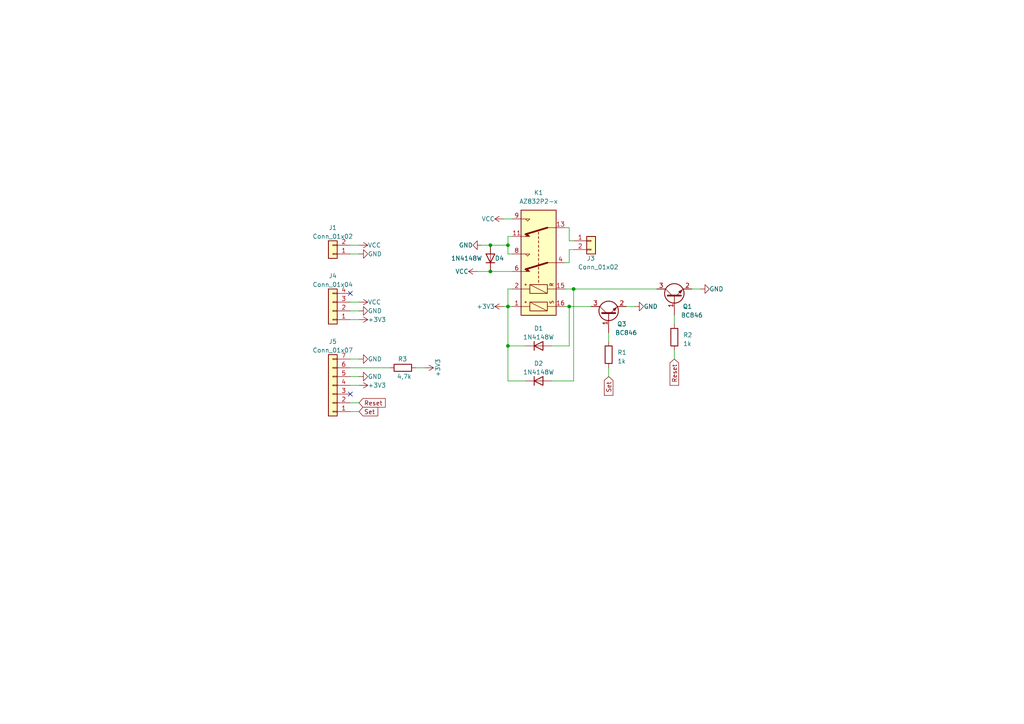
<source format=kicad_sch>
(kicad_sch (version 20230121) (generator eeschema)
  (paper "A4")
  (lib_symbols
    (symbol "Connector_Generic:Conn_01x02" (pin_names (offset 1.016) hide)
      (property "Reference" "J" (at 0 2.54 0))
      (property "Value" "Conn_01x02" (at 0 -5.08 0))
      (symbol "Conn_01x02_1_1"
        (rectangle (start -1.27 -2.413) (end 0 -2.667) (stroke (width 0.1524)))
        (rectangle (start -1.27 0.127) (end 0 -0.127) (stroke (width 0.1524)))
        (rectangle (start -1.27 1.27) (end 1.27 -3.81) (stroke (width 0.254)) (fill (type background)))
        (pin passive line (at -5.08 0 0) (length 3.81) (name "Pin_1") (number "1"))
        (pin passive line (at -5.08 -2.54 0) (length 3.81) (name "Pin_2") (number "2"))
      )
    )
    (symbol "Connector_Generic:Conn_01x04" (pin_names (offset 1.016) hide)
      (property "Reference" "J" (at 0 5.08 0))
      (property "Value" "Conn_01x04" (at 0 -7.62 0))
      (symbol "Conn_01x04_1_1"
        (rectangle (start -1.27 -4.953) (end 0 -5.207) (stroke (width 0.1524)))
        (rectangle (start -1.27 -2.413) (end 0 -2.667) (stroke (width 0.1524)))
        (rectangle (start -1.27 0.127) (end 0 -0.127) (stroke (width 0.1524)))
        (rectangle (start -1.27 2.667) (end 0 2.413) (stroke (width 0.1524)))
        (rectangle (start -1.27 3.81) (end 1.27 -6.35) (stroke (width 0.254)) (fill (type background)))
        (pin passive line (at -5.08 2.54 0) (length 3.81) (name "Pin_1") (number "1"))
        (pin passive line (at -5.08 0 0) (length 3.81) (name "Pin_2") (number "2"))
        (pin passive line (at -5.08 -2.54 0) (length 3.81) (name "Pin_3") (number "3"))
        (pin passive line (at -5.08 -5.08 0) (length 3.81) (name "Pin_4") (number "4"))
      )
    )
    (symbol "Connector_Generic:Conn_01x07" (pin_names (offset 1.016) hide)
      (property "Reference" "J" (at 0 10.16 0))
      (property "Value" "Conn_01x07" (at 0 -10.16 0))
      (symbol "Conn_01x07_1_1"
        (rectangle (start -1.27 -7.493) (end 0 -7.747) (stroke (width 0.1524)))
        (rectangle (start -1.27 -4.953) (end 0 -5.207) (stroke (width 0.1524)))
        (rectangle (start -1.27 -2.413) (end 0 -2.667) (stroke (width 0.1524)))
        (rectangle (start -1.27 0.127) (end 0 -0.127) (stroke (width 0.1524)))
        (rectangle (start -1.27 2.667) (end 0 2.413) (stroke (width 0.1524)))
        (rectangle (start -1.27 5.207) (end 0 4.953) (stroke (width 0.1524)))
        (rectangle (start -1.27 7.747) (end 0 7.493) (stroke (width 0.1524)))
        (rectangle (start -1.27 8.89) (end 1.27 -8.89) (stroke (width 0.254)) (fill (type background)))
        (pin passive line (at -5.08 7.62 0) (length 3.81) (name "Pin_1") (number "1"))
        (pin passive line (at -5.08 5.08 0) (length 3.81) (name "Pin_2") (number "2"))
        (pin passive line (at -5.08 2.54 0) (length 3.81) (name "Pin_3") (number "3"))
        (pin passive line (at -5.08 0 0) (length 3.81) (name "Pin_4") (number "4"))
        (pin passive line (at -5.08 -2.54 0) (length 3.81) (name "Pin_5") (number "5"))
        (pin passive line (at -5.08 -5.08 0) (length 3.81) (name "Pin_6") (number "6"))
        (pin passive line (at -5.08 -7.62 0) (length 3.81) (name "Pin_7") (number "7"))
      )
    )
    (symbol "Device:R" (pin_numbers hide) (pin_names (offset 0))
      (property "Reference" "R" (at 2.032 0 90))
      (property "Value" "R" (at 0 0 90))
      (symbol "R_0_1"
        (rectangle (start -1.016 -2.54) (end 1.016 2.54) (stroke (width 0.254)))
      )
      (symbol "R_1_1"
        (pin passive line (at 0 3.81 270) (length 1.27) (name "~") (number "1"))
        (pin passive line (at 0 -3.81 90) (length 1.27) (name "~") (number "2"))
      )
    )
    (symbol "Diode:1N4148W" (pin_numbers hide) (pin_names hide)
      (property "Reference" "D" (at 0 2.54 0))
      (property "Value" "1N4148W" (at 0 -2.54 0))
      (symbol "1N4148W_0_1"
        (polyline (pts (xy -1.27 1.27) (xy -1.27 -1.27)) (stroke (width 0.254)))
        (polyline (pts (xy 1.27 0) (xy -1.27 0)))
        (polyline (pts (xy 1.27 1.27) (xy 1.27 -1.27) (xy -1.27 0) (xy 1.27 1.27)) (stroke (width 0.254)))
      )
      (symbol "1N4148W_1_1"
        (pin passive line (at -3.81 0 0) (length 2.54) (name "K") (number "1"))
        (pin passive line (at 3.81 0 180) (length 2.54) (name "A") (number "2"))
      )
    )
    (symbol "Relay:AZ832P2-x"
      (property "Reference" "K1" (at 0 19.05 90))
      (property "Value" "AZ850P2-x" (at 0 16.51 90))
      (symbol "AZ832P2-x_0_0"
        (polyline (pts (xy -2.54 5.08) (xy -2.54 2.54) (xy -1.905 3.175) (xy -2.54 3.81)) (fill (type outline)))
        (polyline (pts (xy 2.54 5.08) (xy 2.54 2.54) (xy 1.905 3.175) (xy 2.54 3.81)))
        (polyline (pts (xy 7.62 5.08) (xy 7.62 2.54) (xy 8.255 3.175) (xy 7.62 3.81)) (fill (type outline)))
        (polyline (pts (xy 12.7 5.08) (xy 12.7 2.54) (xy 12.065 3.175) (xy 12.7 3.81)))
        (text "+" (at -11.43 3.81 0) (effects (font (size 0.762 0.762))))
        (text "+" (at -6.35 3.81 0) (effects (font (size 0.762 0.762))))
        (text "R" (at -6.35 -3.81 0) (effects (font (size 1.016 1.016))))
        (text "S" (at -11.43 -3.81 0) (effects (font (size 1.016 1.016))))
      )
      (symbol "AZ832P2-x_0_1"
        (rectangle (start -15.24 5.08) (end 15.24 -5.08) (stroke (width 0.254)) (fill (type background)))
        (rectangle (start -13.97 2.54) (end -11.43 -2.54) (stroke (width 0.2032)))
        (rectangle (start -8.89 2.54) (end -6.35 -2.54) (stroke (width 0.2032)))
        (polyline (pts (xy -13.97 -2.54) (xy -11.43 2.54)))
        (polyline (pts (xy -12.7 -5.08) (xy -12.7 -2.54)))
        (polyline (pts (xy -12.7 5.08) (xy -12.7 2.54)))
        (polyline (pts (xy -8.89 -2.54) (xy -6.35 2.54)))
        (polyline (pts (xy -7.62 -5.08) (xy -7.62 -2.54)))
        (polyline (pts (xy -7.62 5.08) (xy -7.62 2.54)))
        (polyline (pts (xy -5.715 0) (xy -5.08 0)) (stroke (width 0.2032)))
        (polyline (pts (xy -4.445 0) (xy -3.81 0)) (stroke (width 0.2032)))
        (polyline (pts (xy -3.175 0) (xy -2.54 0)) (stroke (width 0.2032)))
        (polyline (pts (xy -1.905 0) (xy -1.27 0)) (stroke (width 0.2032)))
        (polyline (pts (xy -0.635 0) (xy 0 0)) (stroke (width 0.2032)))
        (polyline (pts (xy 0 -2.54) (xy -1.905 3.81)) (stroke (width 0.508)))
        (polyline (pts (xy 0 -2.54) (xy 0 -5.08)))
        (polyline (pts (xy 0.635 0) (xy 1.27 0)) (stroke (width 0.2032)))
        (polyline (pts (xy 1.905 0) (xy 2.54 0)) (stroke (width 0.2032)))
        (polyline (pts (xy 3.175 0) (xy 3.81 0)) (stroke (width 0.2032)))
        (polyline (pts (xy 4.445 0) (xy 5.08 0)) (stroke (width 0.2032)))
        (polyline (pts (xy 5.715 0) (xy 6.35 0)) (stroke (width 0.2032)))
        (polyline (pts (xy 6.985 0) (xy 7.62 0)) (stroke (width 0.2032)))
        (polyline (pts (xy 8.255 0) (xy 8.89 0)) (stroke (width 0.2032)))
        (polyline (pts (xy 10.16 -2.54) (xy 8.255 3.81)) (stroke (width 0.508)))
        (polyline (pts (xy 10.16 -2.54) (xy 10.16 -5.08)))
      )
      (symbol "AZ832P2-x_1_1"
        (pin passive line (at -12.7 7.62 270) (length 2.54) (name "~") (number "1"))
        (pin passive line (at 7.62 7.62 270) (length 2.54) (name "~") (number "11"))
        (pin passive line (at 10.16 -7.62 90) (length 2.54) (name "~") (number "13"))
        (pin passive line (at -7.62 -7.62 90) (length 2.54) (name "~") (number "15"))
        (pin passive line (at -12.7 -7.62 90) (length 2.54) (name "~") (number "16"))
        (pin passive line (at -7.62 7.62 270) (length 2.54) (name "~") (number "2"))
        (pin passive line (at 0 -7.62 90) (length 2.54) (name "~") (number "4"))
        (pin passive line (at -2.54 7.62 270) (length 2.54) (name "~") (number "6"))
        (pin passive line (at 2.54 7.62 270) (length 2.54) (name "~") (number "8"))
        (pin passive line (at 12.7 7.62 270) (length 2.54) (name "~") (number "9"))
      )
    )
    (symbol "Transistor_BJT:BC846" (pin_names (offset 0) hide)
      (property "Reference" "Q" (at 5.08 1.905 0))
      (property "Value" "BC846" (at 5.08 0 0))
      (symbol "BC846_0_1"
        (polyline (pts (xy 0.635 0.635) (xy 2.54 2.54)))
        (polyline (pts (xy 0.635 -0.635) (xy 2.54 -2.54) (xy 2.54 -2.54)))
        (polyline (pts (xy 0.635 1.905) (xy 0.635 -1.905) (xy 0.635 -1.905)) (stroke (width 0.508)))
        (polyline (pts (xy 1.27 -1.778) (xy 1.778 -1.27) (xy 2.286 -2.286) (xy 1.27 -1.778) (xy 1.27 -1.778)) (fill (type outline)))
        (circle (center 1.27 0) (radius 2.8194) (stroke (width 0.254)))
      )
      (symbol "BC846_1_1"
        (pin input line (at -5.08 0 0) (length 5.715) (name "B") (number "1"))
        (pin passive line (at 2.54 -5.08 90) (length 2.54) (name "E") (number "2"))
        (pin passive line (at 2.54 5.08 270) (length 2.54) (name "C") (number "3"))
      )
    )
    (symbol "power:+3V3" (power) (pin_names (offset 0))
      (property "Value" "+3V3" (at 0 3.556 0))
      (symbol "+3V3_0_1"
        (polyline (pts (xy -0.762 1.27) (xy 0 2.54)))
        (polyline (pts (xy 0 0) (xy 0 2.54)))
        (polyline (pts (xy 0 2.54) (xy 0.762 1.27)))
      )
      (symbol "+3V3_1_1"
        (pin power_in line (at 0 0 90) (length 0) hide (name "+3V3") (number "1"))
      )
    )
    (symbol "power:GND" (power) (pin_names (offset 0))
      (property "Value" "GND" (at 0 -3.81 0))
      (symbol "GND_0_1"
        (polyline (pts (xy 0 0) (xy 0 -1.27) (xy 1.27 -1.27) (xy 0 -2.54) (xy -1.27 -1.27) (xy 0 -1.27)))
      )
      (symbol "GND_1_1"
        (pin power_in line (at 0 0 270) (length 0) hide (name "GND") (number "1"))
      )
    )
    (symbol "power:VCC" (power) (pin_names (offset 0))
      (property "Value" "VCC" (at 0 3.81 0))
      (symbol "VCC_0_1"
        (polyline (pts (xy -0.762 1.27) (xy 0 2.54)))
        (polyline (pts (xy 0 0) (xy 0 2.54)))
        (polyline (pts (xy 0 2.54) (xy 0.762 1.27)))
      )
      (symbol "VCC_1_1"
        (pin power_in line (at 0 0 90) (length 0) hide (name "VCC") (number "1"))
      )
    )
  )
  (junction (at 147.32 100.33))
  (junction (at 142.24 71.12))
  (junction (at 166.37 83.82))
  (junction (at 165.1 88.9))
  (junction (at 142.24 78.74))
  (junction (at 147.32 71.12))
  (junction (at 147.32 88.9))
  (no_connect (at 101.6 85.09))
  (no_connect (at 101.6 114.3))
  (wire (pts (xy 147.32 88.9) (xy 148.59 88.9)))
  (wire (pts (xy 101.6 119.38) (xy 104.14 119.38)))
  (wire (pts (xy 163.83 66.04) (xy 165.1 66.04)))
  (wire (pts (xy 152.4 110.49) (xy 147.32 110.49)))
  (wire (pts (xy 147.32 110.49) (xy 147.32 100.33)))
  (wire (pts (xy 165.1 76.2) (xy 163.83 76.2)))
  (wire (pts (xy 166.37 83.82) (xy 163.83 83.82)))
  (wire (pts (xy 166.37 83.82) (xy 190.5 83.82)))
  (wire (pts (xy 165.1 72.39) (xy 165.1 76.2)))
  (wire (pts (xy 101.6 111.76) (xy 104.14 111.76)))
  (wire (pts (xy 147.32 100.33) (xy 147.32 88.9)))
  (wire (pts (xy 195.58 93.98) (xy 195.58 91.44)))
  (wire (pts (xy 152.4 100.33) (xy 147.32 100.33)))
  (wire (pts (xy 101.6 92.71) (xy 104.14 92.71)))
  (wire (pts (xy 142.24 78.74) (xy 148.59 78.74)))
  (wire (pts (xy 165.1 66.04) (xy 165.1 69.85)))
  (wire (pts (xy 181.61 88.9) (xy 184.15 88.9)))
  (wire (pts (xy 160.02 110.49) (xy 166.37 110.49)))
  (wire (pts (xy 165.1 100.33) (xy 160.02 100.33)))
  (wire (pts (xy 176.53 106.68) (xy 176.53 109.22)))
  (wire (pts (xy 148.59 73.66) (xy 147.32 73.66)))
  (wire (pts (xy 101.6 73.66) (xy 104.14 73.66)))
  (wire (pts (xy 146.05 63.5) (xy 148.59 63.5)))
  (wire (pts (xy 147.32 83.82) (xy 147.32 88.9)))
  (wire (pts (xy 165.1 88.9) (xy 165.1 100.33)))
  (wire (pts (xy 148.59 83.82) (xy 147.32 83.82)))
  (wire (pts (xy 165.1 88.9) (xy 171.45 88.9)))
  (wire (pts (xy 101.6 71.12) (xy 104.14 71.12)))
  (wire (pts (xy 147.32 68.58) (xy 148.59 68.58)))
  (wire (pts (xy 166.37 110.49) (xy 166.37 83.82)))
  (wire (pts (xy 147.32 68.58) (xy 147.32 71.12)))
  (wire (pts (xy 200.66 83.82) (xy 203.2 83.82)))
  (wire (pts (xy 138.43 78.74) (xy 142.24 78.74)))
  (wire (pts (xy 176.53 99.06) (xy 176.53 96.52)))
  (wire (pts (xy 101.6 90.17) (xy 104.14 90.17)))
  (wire (pts (xy 166.37 72.39) (xy 165.1 72.39)))
  (wire (pts (xy 165.1 69.85) (xy 166.37 69.85)))
  (wire (pts (xy 120.65 106.68) (xy 123.19 106.68)))
  (wire (pts (xy 147.32 71.12) (xy 147.32 73.66)))
  (wire (pts (xy 142.24 71.12) (xy 147.32 71.12)))
  (wire (pts (xy 101.6 104.14) (xy 104.14 104.14)))
  (wire (pts (xy 146.05 88.9) (xy 147.32 88.9)))
  (wire (pts (xy 101.6 87.63) (xy 104.14 87.63)))
  (wire (pts (xy 139.7 71.12) (xy 142.24 71.12)))
  (wire (pts (xy 101.6 109.22) (xy 104.14 109.22)))
  (wire (pts (xy 101.6 116.84) (xy 104.14 116.84)))
  (wire (pts (xy 101.6 106.68) (xy 113.03 106.68)))
  (wire (pts (xy 163.83 88.9) (xy 165.1 88.9)))
  (wire (pts (xy 195.58 101.6) (xy 195.58 104.14)))
  (global_label "Set" (shape input) (at 176.53 109.22 270) (property "Intersheetrefs" "${INTERSHEET_REFS}" (effects hide)))
  (global_label "Set" (shape input) (at 104.14 119.38 0) (property "Intersheetrefs" "${INTERSHEET_REFS}" (effects hide)))
  (global_label "Reset" (shape input) (at 195.58 104.14 270) (property "Intersheetrefs" "${INTERSHEET_REFS}" (effects hide)))
  (global_label "Reset" (shape input) (at 104.14 116.84 0) (property "Intersheetrefs" "${INTERSHEET_REFS}" (effects hide)))
  (symbol (lib_id "power:+3V3") (at 104.14 111.76 270) (unit 1)
    (property "Reference" "#PWR010" (effects hide))
    (property "Value" "+3V3" (at 106.68 111.76 90) (effects (justify left)))
  )
  (symbol (lib_id "power:+3V3") (at 104.14 92.71 270) (unit 1)
    (property "Reference" "#PWR02" (effects hide))
    (property "Value" "+3V3" (at 106.68 92.71 90) (effects (justify left)))
  )
  (symbol (lib_id "Transistor_BJT:BC846") (at 195.58 86.36 90) (unit 1)
    (property "Reference" "Q1" (at 199.39 88.9 90))
    (property "Value" "BC846" (at 200.66 91.44 90))
    (property "Footprint" "Package_TO_SOT_SMD:SOT-23" (effects hide))
    (property "Datasheet" "https://assets.nexperia.com/documents/data-sheet/BC846_SER.pdf" (effects hide))
  )
  (symbol (lib_id "power:GND") (at 104.14 104.14 90) (unit 1)
    (property "Reference" "#PWR016" (effects hide))
    (property "Value" "GND" (at 106.68 104.14 90) (effects (justify right)))
  )
  (symbol (lib_id "power:GND") (at 104.14 90.17 90) (unit 1)
    (property "Reference" "#PWR04" (effects hide))
    (property "Value" "GND" (at 106.68 90.17 90) (effects (justify right)))
  )
  (symbol (lib_id "Connector_Generic:Conn_01x04") (at 96.52 90.17 180) (unit 1)
    (property "Reference" "J4" (at 96.52 80.01 0))
    (property "Value" "Conn_01x04" (at 96.52 82.55 0))
    (property "Footprint" "Connector_PinHeader_2.54mm:PinHeader_1x04_P2.54mm_Vertical" (effects hide))
  )
  (symbol (lib_id "power:VCC") (at 104.14 71.12 270) (unit 1)
    (property "Reference" "#PWR01" (effects hide))
    (property "Value" "VCC" (at 106.68 71.12 90) (effects (justify left)))
  )
  (symbol (lib_id "Diode:1N4148W") (at 142.24 74.93 90) (unit 1)
    (property "Reference" "D4" (at 143.51 74.93 90) (effects (justify right)))
    (property "Value" "1N4148W" (at 130.81 74.93 90) (effects (justify right)))
    (property "Footprint" "Diode_SMD:D_SOD-123" (effects hide))
    (property "Datasheet" "https://www.vishay.com/docs/85748/1n4148w.pdf" (effects hide))
    (property "Sim.Device" "D" (effects hide))
    (property "Sim.Pins" "1=K 2=A" (effects hide))
  )
  (symbol (lib_id "Relay:AZ832P2-x") (at 156.21 76.2 90) (unit 1)
    (property "Reference" "K1" (at 156.21 55.88 90))
    (property "Value" "AZ832P2-x" (at 156.21 58.42 90))
    (property "Footprint" "Relay_THT:Relay_DPDT_FRT5" (effects hide))
    (property "Datasheet" "http://www.azettler.com/pdfs/az850.pdf" (effects hide))
  )
  (symbol (lib_id "power:VCC") (at 138.43 78.74 90) (unit 1)
    (property "Reference" "#PWR09" (effects hide))
    (property "Value" "VCC" (at 135.89 78.74 90) (effects (justify left)))
  )
  (symbol (lib_id "power:VCC") (at 104.14 87.63 270) (unit 1)
    (property "Reference" "#PWR05" (effects hide))
    (property "Value" "VCC" (at 106.68 87.63 90) (effects (justify left)))
  )
  (symbol (lib_id "Connector_Generic:Conn_01x07") (at 96.52 111.76 180) (unit 1)
    (property "Reference" "J5" (at 96.52 99.06 0))
    (property "Value" "Conn_01x07" (at 96.52 101.6 0))
    (property "Footprint" "ZonoffZigbeePcb:ZonoffZigbeePcb" (effects hide))
  )
  (symbol (lib_id "Device:R") (at 176.53 102.87 180) (unit 1)
    (property "Reference" "R1" (at 179.07 102.235 0) (effects (justify right)))
    (property "Value" "1k" (at 179.07 104.775 0) (effects (justify right)))
    (property "Footprint" "Resistor_SMD:R_0805_2012Metric_Pad1.20x1.40mm_HandSolder" (effects hide))
  )
  (symbol (lib_id "Transistor_BJT:BC846") (at 176.53 91.44 90) (unit 1)
    (property "Reference" "Q3" (at 180.34 93.98 90))
    (property "Value" "BC846" (at 181.61 96.52 90))
    (property "Footprint" "Package_TO_SOT_SMD:SOT-23" (effects hide))
    (property "Datasheet" "https://assets.nexperia.com/documents/data-sheet/BC846_SER.pdf" (effects hide))
  )
  (symbol (lib_id "power:GND") (at 104.14 109.22 90) (unit 1)
    (property "Reference" "#PWR012" (effects hide))
    (property "Value" "GND" (at 106.68 109.22 90) (effects (justify right)))
  )
  (symbol (lib_id "power:+3V3") (at 146.05 88.9 90) (unit 1)
    (property "Reference" "#PWR06" (effects hide))
    (property "Value" "+3V3" (at 143.51 88.9 90) (effects (justify left)))
  )
  (symbol (lib_id "Device:R") (at 195.58 97.79 180) (unit 1)
    (property "Reference" "R2" (at 198.12 97.155 0) (effects (justify right)))
    (property "Value" "1k" (at 198.12 99.695 0) (effects (justify right)))
    (property "Footprint" "Resistor_SMD:R_0805_2012Metric_Pad1.20x1.40mm_HandSolder" (effects hide))
  )
  (symbol (lib_id "power:GND") (at 184.15 88.9 90) (unit 1)
    (property "Reference" "#PWR014" (effects hide))
    (property "Value" "GND" (at 186.69 88.9 90) (effects (justify right)))
  )
  (symbol (lib_id "Connector_Generic:Conn_01x02") (at 96.52 73.66 180) (unit 1)
    (property "Reference" "J1" (at 96.52 66.04 0))
    (property "Value" "Conn_01x02" (at 96.52 68.58 0))
    (property "Footprint" "TerminalBlock_Phoenix:TerminalBlock_Phoenix_MKDS-1,5-2-5.08_1x02_P5.08mm_Horizontal" (effects hide))
  )
  (symbol (lib_id "power:GND") (at 104.14 73.66 90) (unit 1)
    (property "Reference" "#PWR03" (effects hide))
    (property "Value" "GND" (at 106.68 73.66 90) (effects (justify right)))
  )
  (symbol (lib_id "Device:R") (at 116.84 106.68 90) (unit 1)
    (property "Reference" "R3" (at 118.11 104.14 90) (effects (justify left)))
    (property "Value" "4,7k" (at 119.38 109.22 90) (effects (justify left)))
    (property "Footprint" "Resistor_SMD:R_0805_2012Metric_Pad1.20x1.40mm_HandSolder" (effects hide))
  )
  (symbol (lib_id "Connector_Generic:Conn_01x02") (at 171.45 69.85 0) (unit 1)
    (property "Reference" "J3" (at 170.18 74.93 0) (effects (justify left)))
    (property "Value" "Conn_01x02" (at 167.64 77.47 0) (effects (justify left)))
    (property "Footprint" "TerminalBlock_Phoenix:TerminalBlock_Phoenix_MKDS-1,5-2-5.08_1x02_P5.08mm_Horizontal" (effects hide))
  )
  (symbol (lib_id "power:VCC") (at 146.05 63.5 90) (unit 1)
    (property "Reference" "#PWR07" (effects hide))
    (property "Value" "VCC" (at 143.51 63.5 90) (effects (justify left)))
  )
  (symbol (lib_id "Diode:1N4148W") (at 156.21 110.49 0) (unit 1)
    (property "Reference" "D2" (at 156.21 105.41 0))
    (property "Value" "1N4148W" (at 156.21 107.95 0))
    (property "Footprint" "Diode_SMD:D_SOD-123" (effects hide))
    (property "Datasheet" "https://www.vishay.com/docs/85748/1n4148w.pdf" (effects hide))
    (property "Sim.Device" "D" (effects hide))
    (property "Sim.Pins" "1=K 2=A" (effects hide))
  )
  (symbol (lib_id "power:GND") (at 139.7 71.12 270) (unit 1)
    (property "Reference" "#PWR08" (effects hide))
    (property "Value" "GND" (at 137.16 71.12 90) (effects (justify right)))
  )
  (symbol (lib_id "power:+3V3") (at 123.19 106.68 270) (unit 1)
    (property "Reference" "#PWR013" (effects hide))
    (property "Value" "+3V3" (at 127 106.68 0))
  )
  (symbol (lib_id "power:GND") (at 203.2 83.82 90) (unit 1)
    (property "Reference" "#PWR015" (effects hide))
    (property "Value" "GND" (at 205.74 83.82 90) (effects (justify right)))
  )
  (symbol (lib_id "Diode:1N4148W") (at 156.21 100.33 0) (unit 1)
    (property "Reference" "D1" (at 156.21 95.25 0))
    (property "Value" "1N4148W" (at 156.21 97.79 0))
    (property "Footprint" "Diode_SMD:D_SOD-123" (effects hide))
    (property "Datasheet" "https://www.vishay.com/docs/85748/1n4148w.pdf" (effects hide))
    (property "Sim.Device" "D" (effects hide))
    (property "Sim.Pins" "1=K 2=A" (effects hide))
  )
)
</source>
